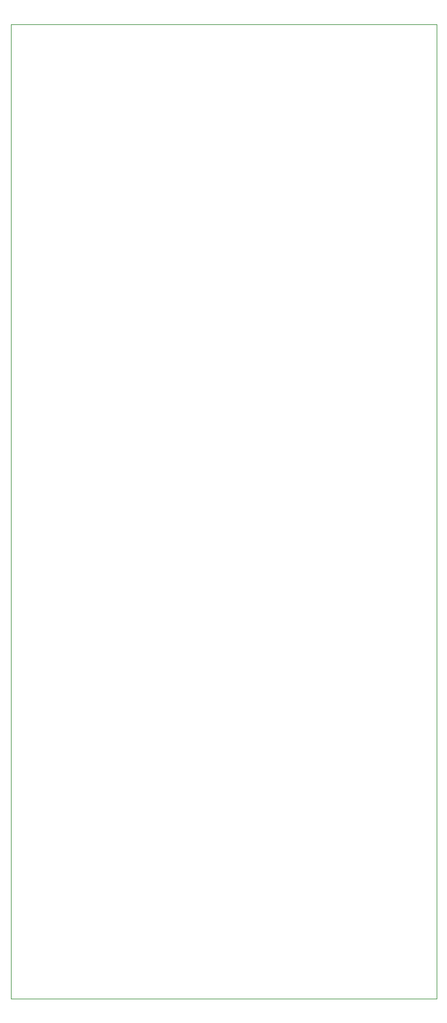
<source format=gbr>
%TF.GenerationSoftware,KiCad,Pcbnew,8.0.6-8.0.6-0~ubuntu24.04.1*%
%TF.CreationDate,2024-10-21T11:59:33+02:00*%
%TF.ProjectId,K3NG-rotator-shield,4b334e47-2d72-46f7-9461-746f722d7368,rev?*%
%TF.SameCoordinates,Original*%
%TF.FileFunction,Profile,NP*%
%FSLAX46Y46*%
G04 Gerber Fmt 4.6, Leading zero omitted, Abs format (unit mm)*
G04 Created by KiCad (PCBNEW 8.0.6-8.0.6-0~ubuntu24.04.1) date 2024-10-21 11:59:33*
%MOMM*%
%LPD*%
G01*
G04 APERTURE LIST*
%TA.AperFunction,Profile*%
%ADD10C,0.050000*%
%TD*%
G04 APERTURE END LIST*
%TO.C,A1*%
D10*
X187910000Y-23830000D02*
X128660000Y-23830000D01*
X128660000Y-159430000D01*
X187910000Y-159430000D01*
X187910000Y-23830000D01*
%TD*%
M02*

</source>
